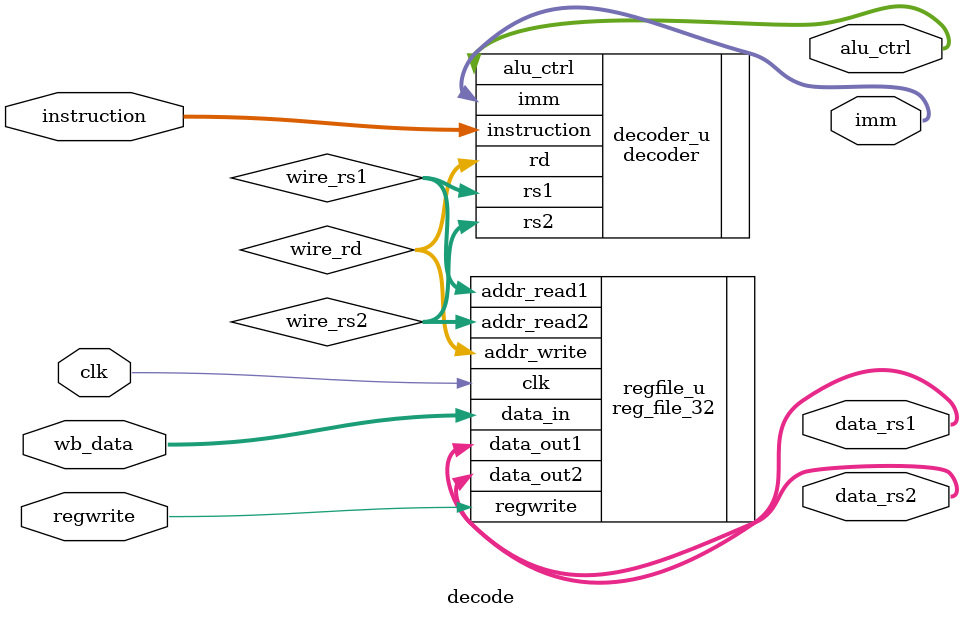
<source format=v>
module decode ( clk, instruction, wb_data, regwrite,
				data_rs1, data_rs2, imm,
				alu_ctrl);

input clk;				
input [31:0] instruction;
input [31:0] wb_data;
input regwrite;

output [31:0] data_rs1, data_rs2;
output [31:0] imm;
output [3:0] alu_ctrl;

////////////////////
wire [4:0]  wire_rs1;
wire [4:0]  wire_rs2;
wire [4:0]  wire_rd;
////////////////////

decoder decoder_u
(
.instruction(instruction),
 
.rs1(wire_rs1), 
.rs2(wire_rs2), 
.imm(imm), 
.rd(wire_rd), 
.alu_ctrl(alu_ctrl)
);

reg_file_32 regfile_u
(
.clk(clk),
.addr_read1(wire_rs1), 
.addr_read2(wire_rs2), 
.addr_write(wire_rd),
.data_in(wb_data), 
.regwrite(/*connect to controller */ regwrite),

.data_out1(data_rs1),
.data_out2(data_rs2)
);

endmodule
</source>
